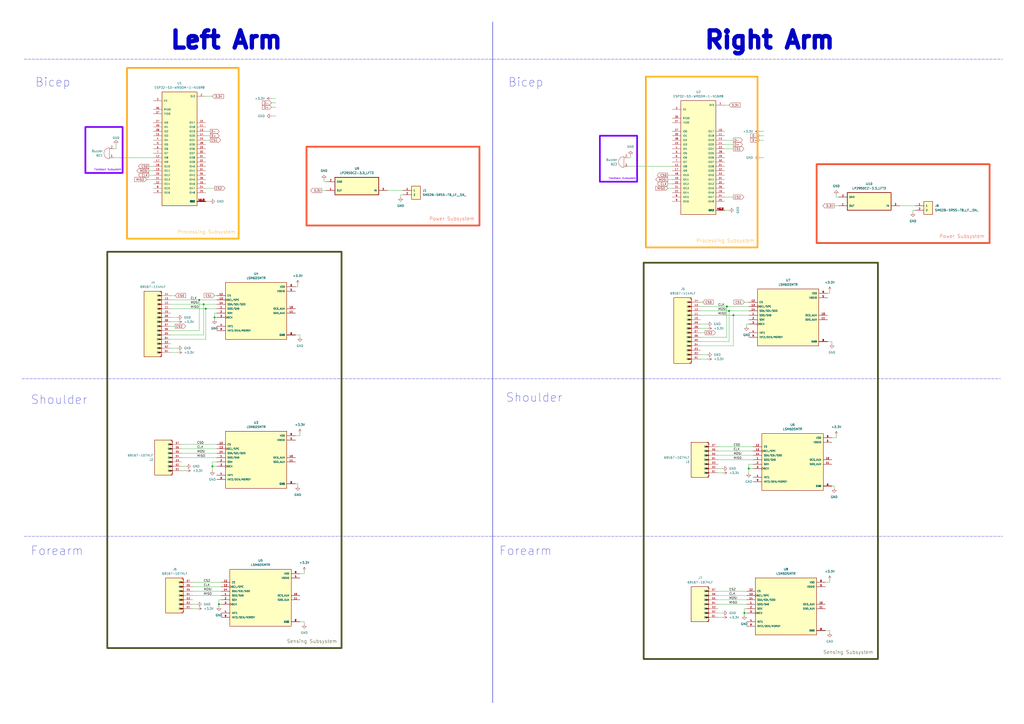
<source format=kicad_sch>
(kicad_sch (version 20230121) (generator eeschema)
  (paper "A2")
  (lib_symbols
    (symbol "69167-107HLF:69167-107HLF" (pin_names (offset 1.016))
      (property "Reference" "J" (at -5.58 10.16 0))
      (property "Value" "69167-107HLF" (at -5.08 -12.7 0))
      (symbol "69167-107HLF_0_0"
        (pin passive line (at -10.16 7.62 0) (length 5.08) (name "01") (number "01"))
        (pin passive line (at -10.16 5.08 0) (length 5.08) (name "02") (number "02"))
        (pin passive line (at -10.16 2.54 0) (length 5.08) (name "03") (number "03"))
        (pin passive line (at -10.16 0 0) (length 5.08) (name "04") (number "04"))
        (pin passive line (at -10.16 -2.54 0) (length 5.08) (name "05") (number "05"))
        (pin passive line (at -10.16 -5.08 0) (length 5.08) (name "06") (number "06"))
        (pin passive line (at -10.16 -7.62 0) (length 5.08) (name "07") (number "07"))
      )
    )
    (symbol "69167-114HLF:69167-114HLF" (pin_names (offset 1.016))
      (property "Reference" "J" (at -5.58 20.32 0))
      (property "Value" "69167-114HLF" (at -5.08 -20.32 0))
      (symbol "69167-114HLF_0_0"
        (pin passive line (at -10.16 17.78 0) (length 5.08) (name "01") (number "01"))
        (pin passive line (at -10.16 15.24 0) (length 5.08) (name "02") (number "02"))
        (pin passive line (at -10.16 12.7 0) (length 5.08) (name "03") (number "03"))
        (pin passive line (at -10.16 10.16 0) (length 5.08) (name "04") (number "04"))
        (pin passive line (at -10.16 7.62 0) (length 5.08) (name "05") (number "05"))
        (pin passive line (at -10.16 5.08 0) (length 5.08) (name "06") (number "06"))
        (pin passive line (at -10.16 2.54 0) (length 5.08) (name "07") (number "07"))
        (pin passive line (at -10.16 0 0) (length 5.08) (name "08") (number "08"))
        (pin passive line (at -10.16 -2.54 0) (length 5.08) (name "09") (number "09"))
        (pin passive line (at -10.16 -5.08 0) (length 5.08) (name "10") (number "10"))
        (pin passive line (at -10.16 -7.62 0) (length 5.08) (name "11") (number "11"))
        (pin passive line (at -10.16 -10.16 0) (length 5.08) (name "12") (number "12"))
        (pin passive line (at -10.16 -12.7 0) (length 5.08) (name "13") (number "13"))
        (pin passive line (at -10.16 -15.24 0) (length 5.08) (name "14") (number "14"))
      )
    )
    (symbol "Device:Buzzer" (pin_names (offset 0.0254) hide)
      (property "Reference" "BZ" (at 3.81 1.27 0))
      (property "Value" "Buzzer" (at 3.81 -1.27 0))
      (symbol "Buzzer_1_1"
        (pin passive line (at -2.54 2.54 0) (length 2.54) (name "+") (number "1"))
        (pin passive line (at -2.54 -2.54 0) (length 2.54) (name "-") (number "2"))
      )
    )
    (symbol "ESP32-S3-WROOM-1-N16R8:ESP32-S3-WROOM-1-N16R8" (pin_names (offset 1.016))
      (property "Reference" "U" (at -10.16 31.5722 0))
      (property "Value" "ESP32-S3-WROOM-1-N16R8" (at -10.16 -38.1 0))
      (symbol "ESP32-S3-WROOM-1-N16R8_0_0"
        (pin power_in line (at 15.24 -33.02 180) (length 5.08) (name "GND") (number "1"))
        (pin bidirectional line (at 15.24 12.7 180) (length 5.08) (name "IO17") (number "10"))
        (pin bidirectional line (at 15.24 10.16 180) (length 5.08) (name "IO18") (number "11"))
        (pin bidirectional line (at -15.24 -7.62 0) (length 5.08) (name "IO8") (number "12"))
        (pin bidirectional line (at 15.24 7.62 180) (length 5.08) (name "IO19") (number "13"))
        (pin bidirectional line (at 15.24 5.08 180) (length 5.08) (name "IO20") (number "14"))
        (pin bidirectional line (at -15.24 5.08 0) (length 5.08) (name "IO3") (number "15"))
        (pin bidirectional line (at 15.24 -22.86 180) (length 5.08) (name "IO46") (number "16"))
        (pin bidirectional line (at -15.24 -10.16 0) (length 5.08) (name "IO9") (number "17"))
        (pin bidirectional line (at -15.24 -12.7 0) (length 5.08) (name "IO10") (number "18"))
        (pin bidirectional line (at -15.24 -15.24 0) (length 5.08) (name "IO11") (number "19"))
        (pin power_in line (at 15.24 27.94 180) (length 5.08) (name "3V3") (number "2"))
        (pin bidirectional line (at -15.24 -17.78 0) (length 5.08) (name "IO12") (number "20"))
        (pin bidirectional line (at -15.24 -20.32 0) (length 5.08) (name "IO13") (number "21"))
        (pin bidirectional line (at -15.24 -22.86 0) (length 5.08) (name "IO14") (number "22"))
        (pin bidirectional line (at 15.24 2.54 180) (length 5.08) (name "IO21") (number "23"))
        (pin bidirectional line (at 15.24 -25.4 180) (length 5.08) (name "IO47") (number "24"))
        (pin bidirectional line (at 15.24 -27.94 180) (length 5.08) (name "IO48") (number "25"))
        (pin bidirectional line (at 15.24 -20.32 180) (length 5.08) (name "IO45") (number "26"))
        (pin bidirectional line (at -15.24 12.7 0) (length 5.08) (name "IO0") (number "27"))
        (pin bidirectional line (at 15.24 0 180) (length 5.08) (name "IO35") (number "28"))
        (pin bidirectional line (at 15.24 -2.54 180) (length 5.08) (name "IO36") (number "29"))
        (pin input line (at -15.24 25.4 0) (length 5.08) (name "EN") (number "3"))
        (pin bidirectional line (at 15.24 -5.08 180) (length 5.08) (name "IO37") (number "30"))
        (pin bidirectional line (at 15.24 -7.62 180) (length 5.08) (name "IO38") (number "31"))
        (pin bidirectional line (at 15.24 -10.16 180) (length 5.08) (name "IO39") (number "32"))
        (pin bidirectional line (at 15.24 -12.7 180) (length 5.08) (name "IO40") (number "33"))
        (pin bidirectional line (at 15.24 -15.24 180) (length 5.08) (name "IO41") (number "34"))
        (pin bidirectional line (at 15.24 -17.78 180) (length 5.08) (name "IO42") (number "35"))
        (pin bidirectional line (at -15.24 20.32 0) (length 5.08) (name "RXD0") (number "36"))
        (pin bidirectional line (at -15.24 17.78 0) (length 5.08) (name "TXD0") (number "37"))
        (pin bidirectional line (at -15.24 7.62 0) (length 5.08) (name "IO2") (number "38"))
        (pin bidirectional line (at -15.24 10.16 0) (length 5.08) (name "IO1") (number "39"))
        (pin bidirectional line (at -15.24 2.54 0) (length 5.08) (name "IO4") (number "4"))
        (pin power_in line (at 15.24 -33.02 180) (length 5.08) (name "GND") (number "40"))
        (pin power_in line (at 15.24 -33.02 180) (length 5.08) (name "GND") (number "41_1"))
        (pin power_in line (at 15.24 -33.02 180) (length 5.08) (name "GND") (number "41_2"))
        (pin power_in line (at 15.24 -33.02 180) (length 5.08) (name "GND") (number "41_3"))
        (pin power_in line (at 15.24 -33.02 180) (length 5.08) (name "GND") (number "41_4"))
        (pin power_in line (at 15.24 -33.02 180) (length 5.08) (name "GND") (number "41_5"))
        (pin power_in line (at 15.24 -33.02 180) (length 5.08) (name "GND") (number "41_6"))
        (pin power_in line (at 15.24 -33.02 180) (length 5.08) (name "GND") (number "41_7"))
        (pin power_in line (at 15.24 -33.02 180) (length 5.08) (name "GND") (number "41_8"))
        (pin power_in line (at 15.24 -33.02 180) (length 5.08) (name "GND") (number "41_9"))
        (pin bidirectional line (at -15.24 0 0) (length 5.08) (name "IO5") (number "5"))
        (pin bidirectional line (at -15.24 -2.54 0) (length 5.08) (name "IO6") (number "6"))
        (pin bidirectional line (at -15.24 -5.08 0) (length 5.08) (name "IO7") (number "7"))
        (pin bidirectional line (at -15.24 -25.4 0) (length 5.08) (name "IO15") (number "8"))
        (pin bidirectional line (at -15.24 -27.94 0) (length 5.08) (name "IO16") (number "9"))
      )
    )
    (symbol "LP2950CZ-3.3_LFT3:LP2950CZ-3.3_LFT3" (pin_names (offset 1.016))
      (property "Reference" "U" (at -12.7 6.08 0))
      (property "Value" "LP2950CZ-3.3_LFT3" (at -12.7 -9.08 0))
      (symbol "LP2950CZ-3.3_LFT3_0_0"
        (pin output line (at 17.78 2.54 180) (length 5.08) (name "OUT") (number "1"))
        (pin power_in line (at 17.78 -2.54 180) (length 5.08) (name "GND") (number "2"))
        (pin input line (at -17.78 2.54 0) (length 5.08) (name "IN") (number "3"))
      )
    )
    (symbol "LSM6DSMTR:LSM6DSMTR" (pin_names (offset 1.016))
      (property "Reference" "U" (at -17.78 16.51 0))
      (property "Value" "LSM6DSMTR" (at -17.78 -21.59 0))
      (symbol "LSM6DSMTR_0_0"
        (pin bidirectional line (at -22.86 0 0) (length 5.08) (name "SDO/SA0") (number "1"))
        (pin input line (at 22.86 0 180) (length 5.08) (name "OCS_AUX") (number "10"))
        (pin bidirectional line (at 22.86 -2.54 180) (length 5.08) (name "SDO_AUX") (number "11"))
        (pin input line (at -22.86 7.62 0) (length 5.08) (name "CS") (number "12"))
        (pin input clock (at -22.86 5.08 0) (length 5.08) (name "SCL/SPC") (number "13"))
        (pin bidirectional line (at -22.86 2.54 0) (length 5.08) (name "SDA/SDI/SDO") (number "14"))
        (pin bidirectional line (at -22.86 -2.54 0) (length 5.08) (name "SDX") (number "2"))
        (pin bidirectional clock (at -22.86 -5.08 0) (length 5.08) (name "SCX") (number "3"))
        (pin input line (at -22.86 -10.16 0) (length 5.08) (name "INT1") (number "4"))
        (pin power_in line (at 22.86 10.16 180) (length 5.08) (name "VDDIO") (number "5"))
        (pin power_in line (at 22.86 -15.24 180) (length 5.08) (name "GND") (number "6"))
        (pin power_in line (at 22.86 -15.24 180) (length 5.08) (name "GND") (number "7"))
        (pin power_in line (at 22.86 12.7 180) (length 5.08) (name "VDD") (number "8"))
        (pin input line (at -22.86 -12.7 0) (length 5.08) (name "INT2/DEN/MDRDY") (number "9"))
      )
    )
    (symbol "SM02B-SRSS-TB_LF__SN_:SM02B-SRSS-TB_LF__SN_" (pin_names (offset 1.016))
      (property "Reference" "J" (at 11.4936 5.1092 0))
      (property "Value" "SM02B-SRSS-TB_LF__SN_" (at 11.4908 2.5582 0))
      (symbol "SM02B-SRSS-TB_LF__SN__0_0"
        (pin bidirectional line (at 0 5.08 0) (length 5.08) (name "1") (number "1"))
        (pin bidirectional line (at 0 2.54 0) (length 5.08) (name "2") (number "2"))
      )
    )
    (symbol "power:+3.3V" (power) (pin_names (offset 0))
      (property "Value" "+3.3V" (at 0 3.556 0))
      (symbol "+3.3V_1_1"
        (pin power_in line (at 0 0 90) (length 0) hide (name "+3.3V") (number "1"))
      )
    )
    (symbol "power:GND" (power) (pin_names (offset 0))
      (property "Value" "GND" (at 0 -3.81 0))
      (symbol "GND_1_1"
        (pin power_in line (at 0 0 270) (length 0) hide (name "GND") (number "1"))
      )
    )
  )
  (junction (at 118.11 176.53))
  (junction (at 127 350.52))
  (junction (at 425.45 182.88))
  (junction (at 422.91 180.34))
  (junction (at 124.46 184.15))
  (junction (at 119.38 179.07))
  (junction (at 434.34 271.78))
  (junction (at 421.64 177.8))
  (junction (at 115.57 173.99))
  (junction (at 123.19 270.51))
  (junction (at 431.8 355.6))
  (wire (pts (xy 99.06 184.15) (xy 102.87 184.15)))
  (wire (pts (xy 123.19 270.51) (xy 123.19 273.05)))
  (wire (pts (xy 105.41 265.43) (xy 125.73 265.43)))
  (wire (pts (xy 406.4 193.04) (xy 408.94 193.04)))
  (wire (pts (xy 172.72 280.67) (xy 172.72 281.94)))
  (wire (pts (xy 416.56 274.32) (xy 419.1 274.32)))
  (wire (pts (xy 118.11 194.31) (xy 118.11 176.53)))
  (wire (pts (xy 420.37 60.96) (xy 422.91 60.96)))
  (wire (pts (xy 171.45 280.67) (xy 172.72 280.67)))
  (wire (pts (xy 422.91 198.12) (xy 422.91 180.34)))
  (wire (pts (xy 482.6 281.94) (xy 483.87 281.94)))
  (wire (pts (xy 99.06 173.99) (xy 115.57 173.99)))
  (wire (pts (xy 481.33 337.82) (xy 478.79 337.82)))
  (wire (pts (xy 521.97 119.38) (xy 530.86 119.38)))
  (wire (pts (xy 85.09 104.14) (xy 88.9 104.14)))
  (wire (pts (xy 420.37 83.82) (xy 425.45 83.82)))
  (wire (pts (xy 416.56 271.78) (xy 419.1 271.78)))
  (wire (pts (xy 111.76 340.36) (xy 128.27 340.36)))
  (wire (pts (xy 433.07 189.23) (xy 433.07 187.96)))
  (wire (pts (xy 406.4 200.66) (xy 425.45 200.66)))
  (wire (pts (xy 431.8 355.6) (xy 431.8 353.06)))
  (wire (pts (xy 440.69 91.44) (xy 443.23 91.44)))
  (wire (pts (xy 529.59 123.19) (xy 529.59 121.92)))
  (wire (pts (xy 425.45 200.66) (xy 425.45 182.88)))
  (wire (pts (xy 480.06 170.18) (xy 481.33 170.18)))
  (wire (pts (xy 486.41 114.3) (xy 485.14 114.3)))
  (wire (pts (xy 105.41 262.89) (xy 125.73 262.89)))
  (wire (pts (xy 431.8 355.6) (xy 433.07 355.6)))
  (wire (pts (xy 105.41 257.81) (xy 125.73 257.81)))
  (wire (pts (xy 99.06 189.23) (xy 101.6 189.23)))
  (wire (pts (xy 224.79 110.49) (xy 233.68 110.49)))
  (wire (pts (xy 387.35 101.6) (xy 389.89 101.6)))
  (wire (pts (xy 481.33 336.55) (xy 481.33 337.82)))
  (wire (pts (xy 119.38 179.07) (xy 125.73 179.07)))
  (wire (pts (xy 105.41 270.51) (xy 107.95 270.51)))
  (wire (pts (xy 406.4 195.58) (xy 421.64 195.58)))
  (polyline (pts (xy 13.97 311.15) (xy 581.66 311.15)) (stroke (width 0) (type dash)))
  (wire (pts (xy 125.73 267.97) (xy 123.19 267.97)))
  (wire (pts (xy 111.76 350.52) (xy 114.3 350.52)))
  (wire (pts (xy 431.8 353.06) (xy 433.07 353.06)))
  (wire (pts (xy 232.41 113.03) (xy 232.41 114.3)))
  (wire (pts (xy 434.34 271.78) (xy 434.34 274.32)))
  (wire (pts (xy 127 351.79) (xy 127 350.52)))
  (wire (pts (xy 416.56 355.6) (xy 419.1 355.6)))
  (wire (pts (xy 406.4 205.74) (xy 410.21 205.74)))
  (wire (pts (xy 124.46 185.42) (xy 124.46 184.15)))
  (wire (pts (xy 124.46 184.15) (xy 125.73 184.15)))
  (wire (pts (xy 105.41 260.35) (xy 125.73 260.35)))
  (wire (pts (xy 420.37 81.28) (xy 425.45 81.28)))
  (wire (pts (xy 105.41 273.05) (xy 107.95 273.05)))
  (wire (pts (xy 481.33 365.76) (xy 481.33 367.03)))
  (wire (pts (xy 416.56 350.52) (xy 433.07 350.52)))
  (wire (pts (xy 172.72 166.37) (xy 172.72 165.1)))
  (wire (pts (xy 99.06 204.47) (xy 102.87 204.47)))
  (wire (pts (xy 189.23 105.41) (xy 187.96 105.41)))
  (wire (pts (xy 365.76 90.17) (xy 365.76 91.44)))
  (wire (pts (xy 420.37 86.36) (xy 425.45 86.36)))
  (wire (pts (xy 483.87 119.38) (xy 486.41 119.38)))
  (wire (pts (xy 440.69 76.2) (xy 443.23 76.2)))
  (wire (pts (xy 111.76 342.9) (xy 128.27 342.9)))
  (wire (pts (xy 416.56 347.98) (xy 433.07 347.98)))
  (wire (pts (xy 365.76 91.44) (xy 364.49 91.44)))
  (wire (pts (xy 119.38 76.2) (xy 121.92 76.2)))
  (wire (pts (xy 111.76 353.06) (xy 114.3 353.06)))
  (wire (pts (xy 420.37 114.3) (xy 425.45 114.3)))
  (wire (pts (xy 127 350.52) (xy 128.27 350.52)))
  (wire (pts (xy 157.48 59.69) (xy 160.02 59.69)))
  (wire (pts (xy 482.6 254) (xy 485.14 254)))
  (wire (pts (xy 123.19 267.97) (xy 123.19 270.51)))
  (wire (pts (xy 406.4 182.88) (xy 425.45 182.88)))
  (wire (pts (xy 485.14 254) (xy 485.14 252.73)))
  (wire (pts (xy 67.31 83.82) (xy 67.31 86.36)))
  (polyline (pts (xy 285.75 12.7) (xy 285.75 407.67)))
  (wire (pts (xy 416.56 266.7) (xy 436.88 266.7)))
  (wire (pts (xy 99.06 201.93) (xy 102.87 201.93)))
  (wire (pts (xy 364.49 96.52) (xy 389.89 96.52)))
  (wire (pts (xy 115.57 173.99) (xy 125.73 173.99)))
  (wire (pts (xy 176.53 360.68) (xy 176.53 361.95)))
  (wire (pts (xy 118.11 176.53) (xy 125.73 176.53)))
  (wire (pts (xy 119.38 55.88) (xy 123.19 55.88)))
  (wire (pts (xy 480.06 198.12) (xy 482.6 198.12)))
  (wire (pts (xy 119.38 109.22) (xy 124.46 109.22)))
  (wire (pts (xy 440.69 81.28) (xy 443.23 81.28)))
  (wire (pts (xy 119.38 196.85) (xy 119.38 179.07)))
  (wire (pts (xy 127 350.52) (xy 127 347.98)))
  (wire (pts (xy 416.56 264.16) (xy 436.88 264.16)))
  (wire (pts (xy 187.96 105.41) (xy 187.96 104.14)))
  (wire (pts (xy 485.14 114.3) (xy 485.14 113.03)))
  (wire (pts (xy 421.64 177.8) (xy 434.34 177.8)))
  (wire (pts (xy 119.38 116.84) (xy 121.92 116.84)))
  (wire (pts (xy 431.8 175.26) (xy 434.34 175.26)))
  (wire (pts (xy 115.57 191.77) (xy 115.57 173.99)))
  (wire (pts (xy 416.56 345.44) (xy 433.07 345.44)))
  (wire (pts (xy 406.4 208.28) (xy 410.21 208.28)))
  (wire (pts (xy 119.38 78.74) (xy 121.92 78.74)))
  (wire (pts (xy 171.45 194.31) (xy 173.99 194.31)))
  (wire (pts (xy 416.56 342.9) (xy 433.07 342.9)))
  (polyline (pts (xy 12.7 219.71) (xy 580.39 219.71)) (stroke (width 0) (type dash)))
  (wire (pts (xy 416.56 261.62) (xy 436.88 261.62)))
  (wire (pts (xy 173.99 360.68) (xy 176.53 360.68)))
  (wire (pts (xy 483.87 281.94) (xy 483.87 283.21)))
  (wire (pts (xy 406.4 190.5) (xy 410.21 190.5)))
  (wire (pts (xy 119.38 81.28) (xy 121.92 81.28)))
  (wire (pts (xy 123.19 270.51) (xy 125.73 270.51)))
  (polyline (pts (xy 13.97 34.29) (xy 581.66 34.29)) (stroke (width 0) (type dash)))
  (wire (pts (xy 421.64 195.58) (xy 421.64 177.8)))
  (wire (pts (xy 86.36 96.52) (xy 88.9 96.52)))
  (wire (pts (xy 66.04 91.44) (xy 88.9 91.44)))
  (wire (pts (xy 434.34 269.24) (xy 434.34 271.78)))
  (wire (pts (xy 157.48 57.15) (xy 160.02 57.15)))
  (wire (pts (xy 99.06 176.53) (xy 118.11 176.53)))
  (wire (pts (xy 425.45 182.88) (xy 434.34 182.88)))
  (wire (pts (xy 99.06 191.77) (xy 115.57 191.77)))
  (wire (pts (xy 431.8 356.87) (xy 431.8 355.6)))
  (wire (pts (xy 406.4 180.34) (xy 422.91 180.34)))
  (wire (pts (xy 387.35 109.22) (xy 389.89 109.22)))
  (wire (pts (xy 124.46 181.61) (xy 124.46 184.15)))
  (wire (pts (xy 67.31 86.36) (xy 66.04 86.36)))
  (wire (pts (xy 99.06 194.31) (xy 118.11 194.31)))
  (wire (pts (xy 406.4 198.12) (xy 422.91 198.12)))
  (wire (pts (xy 125.73 181.61) (xy 124.46 181.61)))
  (wire (pts (xy 124.46 171.45) (xy 125.73 171.45)))
  (wire (pts (xy 478.79 365.76) (xy 481.33 365.76)))
  (wire (pts (xy 434.34 271.78) (xy 436.88 271.78)))
  (polyline (pts (xy 285.75 12.7) (xy 285.75 407.67)))
  (wire (pts (xy 406.4 177.8) (xy 421.64 177.8)))
  (wire (pts (xy 406.4 187.96) (xy 410.21 187.96)))
  (wire (pts (xy 176.53 331.47) (xy 176.53 332.74)))
  (wire (pts (xy 111.76 345.44) (xy 128.27 345.44)))
  (wire (pts (xy 186.69 110.49) (xy 189.23 110.49)))
  (wire (pts (xy 173.99 252.73) (xy 173.99 251.46)))
  (wire (pts (xy 436.88 269.24) (xy 434.34 269.24)))
  (wire (pts (xy 406.4 175.26) (xy 407.67 175.26)))
  (wire (pts (xy 99.06 186.69) (xy 102.87 186.69)))
  (wire (pts (xy 481.33 170.18) (xy 481.33 168.91)))
  (wire (pts (xy 111.76 337.82) (xy 128.27 337.82)))
  (wire (pts (xy 433.07 187.96) (xy 434.34 187.96)))
  (wire (pts (xy 420.37 121.92) (xy 422.91 121.92)))
  (wire (pts (xy 387.35 104.14) (xy 389.89 104.14)))
  (wire (pts (xy 99.06 196.85) (xy 119.38 196.85)))
  (wire (pts (xy 86.36 101.6) (xy 88.9 101.6)))
  (wire (pts (xy 529.59 121.92) (xy 530.86 121.92)))
  (wire (pts (xy 99.06 179.07) (xy 119.38 179.07)))
  (wire (pts (xy 127 347.98) (xy 128.27 347.98)))
  (wire (pts (xy 416.56 259.08) (xy 436.88 259.08)))
  (wire (pts (xy 387.35 106.68) (xy 389.89 106.68)))
  (wire (pts (xy 422.91 180.34) (xy 434.34 180.34)))
  (wire (pts (xy 157.48 62.23) (xy 160.02 62.23)))
  (wire (pts (xy 171.45 166.37) (xy 172.72 166.37)))
  (wire (pts (xy 173.99 194.31) (xy 173.99 195.58)))
  (wire (pts (xy 171.45 252.73) (xy 173.99 252.73)))
  (wire (pts (xy 86.36 99.06) (xy 88.9 99.06)))
  (wire (pts (xy 176.53 332.74) (xy 173.99 332.74)))
  (wire (pts (xy 482.6 198.12) (xy 482.6 199.39)))
  (wire (pts (xy 233.68 113.03) (xy 232.41 113.03)))
  (wire (pts (xy 416.56 358.14) (xy 419.1 358.14)))
  (wire (pts (xy 99.06 171.45) (xy 101.6 171.45)))
  (wire (pts (xy 157.48 67.31) (xy 160.02 67.31)))
  (wire (pts (xy 440.69 78.74) (xy 443.23 78.74)))
  (rectangle (start 373.38 152.4) (end 509.27 382.27) (stroke (width 1) (color 69 75 27 1)))
  (rectangle (start 473.71 95.25) (end 574.04 140.97) (stroke (width 1) (color 238 75 43 1)))
  (rectangle (start 374.65 44.45) (end 439.42 143.51) (stroke (width 1) (color 255 172 28 1)))
  (rectangle (start 73.66 39.37) (end 138.43 138.43) (stroke (width 1) (color 255 172 28 1)))
  (rectangle (start 49.53 73.66) (end 71.12 100.33) (stroke (width 1) (color 127 0 255 1)))
  (rectangle (start 347.98 78.74) (end 369.57 105.41) (stroke (width 1) (color 127 0 255 1)))
  (rectangle (start 62.23 146.05) (end 198.12 375.92) (stroke (width 1) (color 69 75 27 1)))
  (rectangle (start 177.8 85.09) (end 278.13 130.81) (stroke (width 1) (color 238 75 43 1)))
  (text "Processing Subsystem" (at 102.87 135.89 0) (effects (font (size 2 2)) (justify left bottom)))
  (text "Sensing Subsystem" (at 166.37 373.38 0) (effects (font (size 2 2)) (justify left bottom)))
  (text "Forearm" (at 289.56 322.58 0) (effects (font (size 5 5)) (justify left bottom)))
  (text "Shoulder" (at 17.78 234.95 0) (effects (font (size 5 5)) (justify left bottom)))
  (text "Forearm" (at 17.78 322.58 0) (effects (font (size 5 5)) (justify left bottom)))
  (text "Processing Subsystem" (at 403.86 140.97 0) (effects (font (size 2 2)) (justify left bottom)))
  (text "Bicep" (at 294.64 50.8 0) (effects (font (size 5 5)) (justify left bottom)))
  (text "Bicep" (at 20.32 50.8 0) (effects (font (size 5 5)) (justify left bottom)))
  (text "Left Arm" (at 97.79 29.21 0) (effects (font (size 10 10) (thickness 3) bold) (justify left bottom)))
  (text "Sensing Subsystem" (at 477.52 379.73 0) (effects (font (size 2 2)) (justify left bottom)))
  (text "Feedback Subsystem" (at 353.06 104.14 0) (effects (font (size 1 1)) (justify left bottom)))
  (text "Feedback Subsystem" (at 54.61 99.06 0) (effects (font (size 1 1)) (justify left bottom)))
  (text "Shoulder" (at 293.37 233.68 0) (effects (font (size 5 5)) (justify left bottom)))
  (text "Power Subsystem" (at 248.92 128.27 0) (effects (font (size 2 2)) (justify left bottom)))
  (text "Right Arm" (at 407.67 29.21 0) (effects (font (size 10 10) (thickness 3) bold) (justify left bottom)))
  (text "Power Subsystem" (at 544.83 138.43 0) (effects (font (size 2 2)) (justify left bottom)))
  (label "MISO" (at 422.91 350.52 0))
  (label "CS0" (at 114.3 257.81 0))
  (label "CLK" (at 416.56 177.8 0))
  (label "MOSI" (at 110.49 176.53 0))
  (label "MISO" (at 118.11 345.44 0))
  (label "MISO" (at 416.56 182.88 0))
  (label "MOSI" (at 422.91 347.98 0))
  (label "CS2" (at 118.11 337.82 0))
  (label "MOSI" (at 114.3 262.89 0))
  (label "CLK" (at 422.91 345.44 0))
  (label "CS2" (at 422.91 342.9 0))
  (label "MOSI" (at 416.56 180.34 0))
  (label "MOSI" (at 118.11 342.9 0))
  (label "CLK" (at 110.49 173.99 0))
  (label "MISO" (at 110.49 179.07 0))
  (label "MOSI" (at 425.45 264.16 0))
  (label "CS0" (at 425.45 259.08 0))
  (label "CLK" (at 114.3 260.35 0))
  (label "CLK" (at 425.45 261.62 0))
  (label "CLK" (at 118.11 340.36 0))
  (label "MISO" (at 425.45 266.7 0))
  (label "MISO" (at 114.3 265.43 0))
  (global_label "D-" (shape input) (at 440.69 78.74 180) (property "Intersheetrefs" "${INTERSHEET_REFS}" (effects hide)))
  (global_label "CS1" (shape output) (at 121.92 81.28 0) (property "Intersheetrefs" "${INTERSHEET_REFS}" (effects hide)))
  (global_label "D+" (shape output) (at 121.92 78.74 0) (property "Intersheetrefs" "${INTERSHEET_REFS}" (effects hide)))
  (global_label "CS2" (shape output) (at 425.45 114.3 0) (property "Intersheetrefs" "${INTERSHEET_REFS}" (effects hide)))
  (global_label "CS0" (shape input) (at 407.67 175.26 0) (property "Intersheetrefs" "${INTERSHEET_REFS}" (effects hide)))
  (global_label "CS0" (shape output) (at 86.36 96.52 180) (property "Intersheetrefs" "${INTERSHEET_REFS}" (effects hide)))
  (global_label "MOSI" (shape output) (at 86.36 99.06 180) (property "Intersheetrefs" "${INTERSHEET_REFS}" (effects hide)))
  (global_label "CS2" (shape output) (at 124.46 109.22 0) (property "Intersheetrefs" "${INTERSHEET_REFS}" (effects hide)))
  (global_label "D-" (shape output) (at 121.92 76.2 0) (property "Intersheetrefs" "${INTERSHEET_REFS}" (effects hide)))
  (global_label "MOSI" (shape output) (at 387.35 104.14 180) (property "Intersheetrefs" "${INTERSHEET_REFS}" (effects hide)))
  (global_label "CS2" (shape output) (at 408.94 193.04 0) (property "Intersheetrefs" "${INTERSHEET_REFS}" (effects hide)))
  (global_label "3.3V" (shape output) (at 186.69 110.49 180) (property "Intersheetrefs" "${INTERSHEET_REFS}" (effects hide)))
  (global_label "3.3V" (shape output) (at 483.87 119.38 180) (property "Intersheetrefs" "${INTERSHEET_REFS}" (effects hide)))
  (global_label "D-" (shape input) (at 157.48 59.69 180) (property "Intersheetrefs" "${INTERSHEET_REFS}" (effects hide)))
  (global_label "MISO" (shape input) (at 85.09 104.14 180) (property "Intersheetrefs" "${INTERSHEET_REFS}" (effects hide)))
  (global_label "D+" (shape input) (at 157.48 62.23 180) (property "Intersheetrefs" "${INTERSHEET_REFS}" (effects hide)))
  (global_label "CS1" (shape input) (at 431.8 175.26 180) (property "Intersheetrefs" "${INTERSHEET_REFS}" (effects hide)))
  (global_label "D+" (shape output) (at 425.45 83.82 0) (property "Intersheetrefs" "${INTERSHEET_REFS}" (effects hide)))
  (global_label "CLK" (shape output) (at 387.35 106.68 180) (property "Intersheetrefs" "${INTERSHEET_REFS}" (effects hide)))
  (global_label "CS0" (shape output) (at 387.35 101.6 180) (property "Intersheetrefs" "${INTERSHEET_REFS}" (effects hide)))
  (global_label "3.3V" (shape input) (at 422.91 60.96 0) (property "Intersheetrefs" "${INTERSHEET_REFS}" (effects hide)))
  (global_label "CS0" (shape input) (at 101.6 171.45 0) (property "Intersheetrefs" "${INTERSHEET_REFS}" (effects hide)))
  (global_label "D+" (shape input) (at 440.69 81.28 180) (property "Intersheetrefs" "${INTERSHEET_REFS}" (effects hide)))
  (global_label "CS1" (shape input) (at 124.46 171.45 180) (property "Intersheetrefs" "${INTERSHEET_REFS}" (effects hide)))
  (global_label "MISO" (shape input) (at 387.35 109.22 180) (property "Intersheetrefs" "${INTERSHEET_REFS}" (effects hide)))
  (global_label "CS1" (shape output) (at 425.45 86.36 0) (property "Intersheetrefs" "${INTERSHEET_REFS}" (effects hide)))
  (global_label "3.3V" (shape input) (at 123.19 55.88 0) (property "Intersheetrefs" "${INTERSHEET_REFS}" (effects hide)))
  (global_label "CS2" (shape output) (at 101.6 189.23 0) (property "Intersheetrefs" "${INTERSHEET_REFS}" (effects hide)))
  (global_label "CLK" (shape output) (at 86.36 101.6 180) (property "Intersheetrefs" "${INTERSHEET_REFS}" (effects hide)))
  (global_label "D-" (shape output) (at 425.45 81.28 0) (property "Intersheetrefs" "${INTERSHEET_REFS}" (effects hide)))
  (symbol (lib_id "69167-107HLF:69167-107HLF") (at 101.6 345.44 180) (unit 1)
    (property "Reference" "J6" (at 101.3835 330.2 0))
    (property "Value" "69167-107HLF" (at 101.3835 332.74 0))
    (property "Footprint" "69167-107HLF:AMPHENOL_69167-107HLF" (effects hide))
    (property "MF" "Amphenol CS (FCI)" (effects hide))
    (property "Description" "\nPV Shrouded Header, Wire to Board connector, 2 Wall Shrouded Header - Through Hole - Single row - 7 Positions 2.54mm - Vertical.\n" (effects hide))
    (property "Package" "None" (effects hide))
    (property "Price" "None" (effects hide))
    (property "Check_prices" "https://www.snapeda.com/parts/69167-107HLF/Amphenol+FCI/view-part/?ref=eda" (effects hide))
    (property "STANDARD" "Manufacturer Recommendations" (effects hide))
    (property "PARTREV" "W" (effects hide))
    (property "SnapEDA_Link" "https://www.snapeda.com/parts/69167-107HLF/Amphenol+FCI/view-part/?ref=snap" (effects hide))
    (property "MP" "69167-107HLF" (effects hide))
    (property "Purchase-URL" "https://www.snapeda.com/api/url_track_click_mouser/?unipart_id=9742722&manufacturer=Amphenol CS (FCI)&part_name=69167-107HLF&search_term=69167-107hlf" (effects hide))
    (property "Availability" "In Stock" (effects hide))
    (property "MANUFACTURER" "Amphenol CS (FCI)" (effects hide))
  )
  (symbol (lib_id "power:GND") (at 410.21 187.96 90) (unit 1)
    (property "Reference" "#PWR027" (effects hide))
    (property "Value" "GND" (at 414.02 187.96 90) (effects (justify right)))
  )
  (symbol (lib_id "power:GND") (at 434.34 274.32 0) (unit 1)
    (property "Reference" "#PWR033" (effects hide))
    (property "Value" "GND" (at 434.34 279.4 0))
  )
  (symbol (lib_id "power:+3.3V") (at 410.21 208.28 270) (unit 1)
    (property "Reference" "#PWR030" (effects hide))
    (property "Value" "+3.3V" (at 414.02 208.28 90) (effects (justify left)))
  )
  (symbol (lib_id "power:+3.3V") (at 419.1 358.14 270) (unit 1)
    (property "Reference" "#PWR032" (effects hide))
    (property "Value" "+3.3V" (at 422.91 358.14 90) (effects (justify left)))
  )
  (symbol (lib_id "power:GND") (at 121.92 116.84 90) (unit 1)
    (property "Reference" "#PWR04" (effects hide))
    (property "Value" "GND" (at 125.73 116.84 90) (effects (justify right)))
  )
  (symbol (lib_id "power:+3.3V") (at 419.1 274.32 270) (unit 1)
    (property "Reference" "#PWR026" (effects hide))
    (property "Value" "+3.3V" (at 422.91 274.32 90) (effects (justify left)))
  )
  (symbol (lib_id "power:GND") (at 482.6 199.39 0) (unit 1)
    (property "Reference" "#PWR041" (effects hide))
    (property "Value" "GND" (at 482.6 204.47 0))
  )
  (symbol (lib_id "power:GND") (at 485.14 113.03 180) (unit 1)
    (property "Reference" "#PWR037" (effects hide))
    (property "Value" "GND" (at 485.14 107.95 0))
  )
  (symbol (lib_id "power:+3.3V") (at 102.87 186.69 270) (unit 1)
    (property "Reference" "#PWR015" (effects hide))
    (property "Value" "+3.3V" (at 106.68 186.69 90) (effects (justify left)))
  )
  (symbol (lib_id "power:GND") (at 481.33 367.03 0) (unit 1)
    (property "Reference" "#PWR043" (effects hide))
    (property "Value" "GND" (at 481.33 372.11 0))
  )
  (symbol (lib_id "LSM6DSMTR:LSM6DSMTR") (at 459.74 266.7 0) (unit 1)
    (property "Reference" "U6" (at 459.74 246.38 0))
    (property "Value" "LSM6DSMTR" (at 459.74 248.92 0))
    (property "Footprint" "LSM6DSMTR (1):PQFN50P300X250X86-14N" (effects hide))
    (property "MF" "STMicroelectronics" (effects hide))
    (property "MAXIMUM_PACKAGE_HEIGHT" "0.86 mm" (effects hide))
    (property "Package" "VFLGA-14 STMicroelectronics" (effects hide))
    (property "Price" "None" (effects hide))
    (property "Check_prices" "https://www.snapeda.com/parts/LSM6DSMTR/STMicroelectronics/view-part/?ref=eda" (effects hide))
    (property "STANDARD" "IPC 7351B" (effects hide))
    (property "PARTREV" "Rev 7" (effects hide))
    (property "SnapEDA_Link" "https://www.snapeda.com/parts/LSM6DSMTR/STMicroelectronics/view-part/?ref=snap" (effects hide))
    (property "MP" "LSM6DSMTR" (effects hide))
    (property "Purchase-URL" "https://www.snapeda.com/api/url_track_click_mouser/?unipart_id=581716&manufacturer=STMicroelectronics&part_name=LSM6DSMTR&search_term=None" (effects hide))
    (property "Description" "\nAccelerometer, Gyroscope, Temperature, 6 Axis Sensor I2C, SPI Output\n" (effects hide))
    (property "Availability" "In Stock" (effects hide))
    (property "MANUFACTURER" "STMicroelectronics" (effects hide))
  )
  (symbol (lib_id "power:+3.3V") (at 172.72 165.1 0) (unit 1)
    (property "Reference" "#PWR06" (effects hide))
    (property "Value" "+3.3V" (at 172.72 160.02 0))
  )
  (symbol (lib_id "power:GND") (at 440.69 91.44 270) (unit 1)
    (property "Reference" "#PWR044" (effects hide))
    (property "Value" "GND" (at 436.88 91.44 90) (effects (justify right)))
  )
  (symbol (lib_id "SM02B-SRSS-TB_LF__SN_:SM02B-SRSS-TB_LF__SN_") (at 233.68 115.57 0) (unit 1)
    (property "Reference" "J1" (at 245.11 110.49 0) (effects (justify left)))
    (property "Value" "SM02B-SRSS-TB_LF__SN_" (at 245.11 113.03 0) (effects (justify left)))
    (property "Footprint" "SM02B-SRSS-TB_LF__SN_:SM02B-SRSS-TB_LF__SN_" (effects hide))
    (property "MF" "JST Sales" (effects hide))
    (property "DESCRIPTION" "SH Series 2 Position 1 mm Pitch Surface Mount Side Entry Shrouded Header" (effects hide))
    (property "PACKAGE" "None" (effects hide))
    (property "PRICE" "0.23 USD" (effects hide))
    (property "Package" "None" (effects hide))
    (property "Check_prices" "https://www.snapeda.com/parts/SM02B-SRSS-TB(LF)(SN)/JST+Sales+America+Inc./view-part/?ref=eda" (effects hide))
    (property "Price" "None" (effects hide))
    (property "SnapEDA_Link" "https://www.snapeda.com/parts/SM02B-SRSS-TB(LF)(SN)/JST+Sales+America+Inc./view-part/?ref=snap" (effects hide))
    (property "MP" "SM02B-SRSS-TB(LF)(SN)" (effects hide))
    (property "Availability" "In Stock" (effects hide))
    (property "AVAILABILITY" "Good" (effects hide))
    (property "Description" "\nConnector Header Surface Mount, Right Angle 2 position 0.039 (1.00mm)\n" (effects hide))
  )
  (symbol (lib_id "power:GND") (at 187.96 104.14 180) (unit 1)
    (property "Reference" "#PWR02" (effects hide))
    (property "Value" "GND" (at 187.96 99.06 0))
  )
  (symbol (lib_id "power:GND") (at 173.99 195.58 0) (unit 1)
    (property "Reference" "#PWR08" (effects hide))
    (property "Value" "GND" (at 173.99 200.66 0))
  )
  (symbol (lib_id "power:GND") (at 232.41 114.3 0) (unit 1)
    (property "Reference" "#PWR01" (effects hide))
    (property "Value" "GND" (at 232.41 119.38 0))
  )
  (symbol (lib_id "power:GND") (at 433.07 189.23 0) (unit 1)
    (property "Reference" "#PWR034" (effects hide))
    (property "Value" "GND" (at 433.07 194.31 0))
  )
  (symbol (lib_id "power:+3.3V") (at 114.3 353.06 270) (unit 1)
    (property "Reference" "#PWR021" (effects hide))
    (property "Value" "+3.3V" (at 118.11 353.06 90) (effects (justify left)))
  )
  (symbol (lib_id "power:GND") (at 419.1 271.78 90) (unit 1)
    (property "Reference" "#PWR025" (effects hide))
    (property "Value" "GND" (at 422.91 271.78 90) (effects (justify right)))
  )
  (symbol (lib_id "69167-114HLF:69167-114HLF") (at 396.24 190.5 180) (unit 1)
    (property "Reference" "J5" (at 396.1077 167.64 0))
    (property "Value" "69167-114HLF" (at 396.1077 170.18 0))
    (property "Footprint" "69167-114HLF:AMPHENOL_69167-114HLF" (effects hide))
    (property "MF" "Amphenol ICC (FCI)" (effects hide))
    (property "Description" "\nPV Shrouded Header, Wire to Board connector, 2 Wall Shrouded Header - Through Hole - Single row - 14 Positions 2.54mm - Vertical.\n" (effects hide))
    (property "Package" "None" (effects hide))
    (property "Price" "None" (effects hide))
    (property "Check_prices" "https://www.snapeda.com/parts/69167-114HLF/Amphenol+FCI/view-part/?ref=eda" (effects hide))
    (property "STANDARD" "Manufacturer Recommendations" (effects hide))
    (property "PARTREV" "W" (effects hide))
    (property "SnapEDA_Link" "https://www.snapeda.com/parts/69167-114HLF/Amphenol+FCI/view-part/?ref=snap" (effects hide))
    (property "MP" "69167-114HLF" (effects hide))
    (property "Purchase-URL" "https://www.snapeda.com/api/url_track_click_mouser/?unipart_id=8340789&manufacturer=Amphenol ICC (FCI)&part_name=69167-114HLF&search_term=69167-114hlf" (effects hide))
    (property "Availability" "In Stock" (effects hide))
    (property "MANUFACTURER" "Amphenol ICC (FCI)" (effects hide))
  )
  (symbol (lib_id "Device:Buzzer") (at 63.5 88.9 180) (unit 1)
    (property "Reference" "BZ1" (at 59.69 90.17 0) (effects (justify left)))
    (property "Value" "Buzzer" (at 59.69 87.63 0) (effects (justify left)))
    (property "Footprint" "ECE 445 Footprints:AC-903-D-1P" (effects hide))
  )
  (symbol (lib_id "power:GND") (at 123.19 273.05 0) (unit 1)
    (property "Reference" "#PWR011" (effects hide))
    (property "Value" "GND" (at 123.19 278.13 0))
  )
  (symbol (lib_id "power:GND") (at 431.8 356.87 0) (unit 1)
    (property "Reference" "#PWR035" (effects hide))
    (property "Value" "GND" (at 431.8 361.95 0))
  )
  (symbol (lib_id "power:+3.3V") (at 481.33 336.55 0) (unit 1)
    (property "Reference" "#PWR042" (effects hide))
    (property "Value" "+3.3V" (at 481.33 331.47 0))
  )
  (symbol (lib_id "LP2950CZ-3.3_LFT3:LP2950CZ-3.3_LFT3") (at 207.01 107.95 180) (unit 1)
    (property "Reference" "U9" (at 207.01 97.79 0))
    (property "Value" "LP2950CZ-3.3_LFT3" (at 207.01 100.33 0))
    (property "Footprint" "LP2950CZ-3.3_LFT3:TO92127P521H735-3" (effects hide))
    (property "MF" "Texas Instruments" (effects hide))
    (property "Description" "\n100-mA, 30-V, low-dropout voltage regulator with low IQ\n" (effects hide))
    (property "Package" "TO-92-3 Texas Instruments" (effects hide))
    (property "Price" "None" (effects hide))
    (property "SnapEDA_Link" "https://www.snapeda.com/parts/LP2950CZ-3.3/LFT3/Texas+Instruments/view-part/?ref=snap" (effects hide))
    (property "MP" "LP2950CZ-3.3/LFT3" (effects hide))
    (property "Purchase-URL" "https://www.snapeda.com/api/url_track_click_mouser/?unipart_id=1079240&manufacturer=Texas Instruments&part_name=LP2950CZ-3.3/LFT3&search_term= lp2950cz" (effects hide))
    (property "Availability" "In Stock" (effects hide))
    (property "Check_prices" "https://www.snapeda.com/parts/LP2950CZ-3.3/LFT3/Texas+Instruments/view-part/?ref=eda" (effects hide))
  )
  (symbol (lib_id "LP2950CZ-3.3_LFT3:LP2950CZ-3.3_LFT3") (at 504.19 116.84 180) (unit 1)
    (property "Reference" "U10" (at 504.19 106.68 0))
    (property "Value" "LP2950CZ-3.3_LFT3" (at 504.19 109.22 0))
    (property "Footprint" "LP2950CZ-3.3_LFT3:TO92127P521H735-3" (effects hide))
    (property "MF" "Texas Instruments" (effects hide))
    (property "Description" "\n100-mA, 30-V, low-dropout voltage regulator with low IQ\n" (effects hide))
    (property "Package" "TO-92-3 Texas Instruments" (effects hide))
    (property "Price" "None" (effects hide))
    (property "SnapEDA_Link" "https://www.snapeda.com/parts/LP2950CZ-3.3/LFT3/Texas+Instruments/view-part/?ref=snap" (effects hide))
    (property "MP" "LP2950CZ-3.3/LFT3" (effects hide))
    (property "Purchase-URL" "https://www.snapeda.com/api/url_track_click_mouser/?unipart_id=1079240&manufacturer=Texas Instruments&part_name=LP2950CZ-3.3/LFT3&search_term= lp2950cz" (effects hide))
    (property "Availability" "In Stock" (effects hide))
    (property "Check_prices" "https://www.snapeda.com/parts/LP2950CZ-3.3/LFT3/Texas+Instruments/view-part/?ref=eda" (effects hide))
  )
  (symbol (lib_id "power:+3.3V") (at 481.33 168.91 0) (unit 1)
    (property "Reference" "#PWR039" (effects hide))
    (property "Value" "+3.3V" (at 481.33 163.83 0))
  )
  (symbol (lib_id "power:+3.3V") (at 173.99 251.46 0) (unit 1)
    (property "Reference" "#PWR05" (effects hide))
    (property "Value" "+3.3V" (at 173.99 246.38 0))
  )
  (symbol (lib_id "power:GND") (at 67.31 83.82 180) (unit 1)
    (property "Reference" "#PWR022" (effects hide))
    (property "Value" "GND" (at 67.31 80.01 0))
  )
  (symbol (lib_id "power:GND") (at 102.87 201.93 90) (unit 1)
    (property "Reference" "#PWR017" (effects hide))
    (property "Value" "GND" (at 106.68 201.93 90) (effects (justify right)))
  )
  (symbol (lib_id "power:+3.3V") (at 176.53 331.47 0) (unit 1)
    (property "Reference" "#PWR010" (effects hide))
    (property "Value" "+3.3V" (at 176.53 326.39 0))
  )
  (symbol (lib_id "power:GND") (at 422.91 121.92 90) (unit 1)
    (property "Reference" "#PWR024" (effects hide))
    (property "Value" "GND" (at 427.99 121.92 0))
  )
  (symbol (lib_id "power:GND") (at 529.59 123.19 0) (unit 1)
    (property "Reference" "#PWR03" (effects hide))
    (property "Value" "GND" (at 529.59 128.27 0))
  )
  (symbol (lib_id "69167-107HLF:69167-107HLF") (at 406.4 350.52 180) (unit 1)
    (property "Reference" "J7" (at 406.1835 335.28 0))
    (property "Value" "69167-107HLF" (at 406.1835 337.82 0))
    (property "Footprint" "69167-107HLF:AMPHENOL_69167-107HLF" (effects hide))
    (property "MF" "Amphenol CS (FCI)" (effects hide))
    (property "Description" "\nPV Shrouded Header, Wire to Board connector, 2 Wall Shrouded Header - Through Hole - Single row - 7 Positions 2.54mm - Vertical.\n" (effects hide))
    (property "Package" "None" (effects hide))
    (property "Price" "None" (effects hide))
    (property "Check_prices" "https://www.snapeda.com/parts/69167-107HLF/Amphenol+FCI/view-part/?ref=eda" (effects hide))
    (property "STANDARD" "Manufacturer Recommendations" (effects hide))
    (property "PARTREV" "W" (effects hide))
    (property "SnapEDA_Link" "https://www.snapeda.com/parts/69167-107HLF/Amphenol+FCI/view-part/?ref=snap" (effects hide))
    (property "MP" "69167-107HLF" (effects hide))
    (property "Purchase-URL" "https://www.snapeda.com/api/url_track_click_mouser/?unipart_id=9742722&manufacturer=Amphenol CS (FCI)&part_name=69167-107HLF&search_term=69167-107hlf" (effects hide))
    (property "Availability" "In Stock" (effects hide))
    (property "MANUFACTURER" "Amphenol CS (FCI)" (effects hide))
  )
  (symbol (lib_id "power:GND") (at 365.76 90.17 180) (unit 1)
    (property "Reference" "#PWR036" (effects hide))
    (property "Value" "GND" (at 365.76 85.09 0))
  )
  (symbol (lib_id "69167-107HLF:69167-107HLF") (at 95.25 265.43 180) (unit 1)
    (property "Reference" "J2" (at 88.9 266.7 0) (effects (justify left)))
    (property "Value" "69167-107HLF" (at 88.9 264.16 0) (effects (justify left)))
    (property "Footprint" "69167-107HLF:AMPHENOL_69167-107HLF" (effects hide))
    (property "MF" "Amphenol CS (FCI)" (effects hide))
    (property "Description" "\nPV Shrouded Header, Wire to Board connector, 2 Wall Shrouded Header - Through Hole - Single row - 7 Positions 2.54mm - Vertical.\n" (effects hide))
    (property "Package" "None" (effects hide))
    (property "Price" "None" (effects hide))
    (property "Check_prices" "https://www.snapeda.com/parts/69167-107HLF/Amphenol+FCI/view-part/?ref=eda" (effects hide))
    (property "STANDARD" "Manufacturer Recommendations" (effects hide))
    (property "PARTREV" "W" (effects hide))
    (property "SnapEDA_Link" "https://www.snapeda.com/parts/69167-107HLF/Amphenol+FCI/view-part/?ref=snap" (effects hide))
    (property "MP" "69167-107HLF" (effects hide))
    (property "Purchase-URL" "https://www.snapeda.com/api/url_track_click_mouser/?unipart_id=9742722&manufacturer=Amphenol CS (FCI)&part_name=69167-107HLF&search_term=69167-107hlf" (effects hide))
    (property "Availability" "In Stock" (effects hide))
    (property "MANUFACTURER" "Amphenol CS (FCI)" (effects hide))
  )
  (symbol (lib_id "power:GND") (at 114.3 350.52 90) (unit 1)
    (property "Reference" "#PWR020" (effects hide))
    (property "Value" "GND" (at 118.11 350.52 90) (effects (justify right)))
  )
  (symbol (lib_id "LSM6DSMTR:LSM6DSMTR") (at 148.59 179.07 0) (unit 1)
    (property "Reference" "U4" (at 148.59 158.75 0))
    (property "Value" "LSM6DSMTR" (at 148.59 161.29 0))
    (property "Footprint" "LSM6DSMTR (1):PQFN50P300X250X86-14N" (effects hide))
    (property "MF" "STMicroelectronics" (effects hide))
    (property "MAXIMUM_PACKAGE_HEIGHT" "0.86 mm" (effects hide))
    (property "Package" "VFLGA-14 STMicroelectronics" (effects hide))
    (property "Price" "None" (effects hide))
    (property "Check_prices" "https://www.snapeda.com/parts/LSM6DSMTR/STMicroelectronics/view-part/?ref=eda" (effects hide))
    (property "STANDARD" "IPC 7351B" (effects hide))
    (property "PARTREV" "Rev 7" (effects hide))
    (property "SnapEDA_Link" "https://www.snapeda.com/parts/LSM6DSMTR/STMicroelectronics/view-part/?ref=snap" (effects hide))
    (property "MP" "LSM6DSMTR" (effects hide))
    (property "Purchase-URL" "https://www.snapeda.com/api/url_track_click_mouser/?unipart_id=581716&manufacturer=STMicroelectronics&part_name=LSM6DSMTR&search_term=None" (effects hide))
    (property "Description" "\nAccelerometer, Gyroscope, Temperature, 6 Axis Sensor I2C, SPI Output\n" (effects hide))
    (property "Availability" "In Stock" (effects hide))
    (property "MANUFACTURER" "STMicroelectronics" (effects hide))
  )
  (symbol (lib_id "ESP32-S3-WROOM-1-N16R8:ESP32-S3-WROOM-1-N16R8") (at 104.14 83.82 0) (unit 1)
    (property "Reference" "U1" (at 104.14 48.26 0))
    (property "Value" "ESP32-S3-WROOM-1-N16R8" (at 104.14 50.8 0))
    (property "Footprint" "ESP32-S3-WROOM-1-N16R8:XCVR_ESP32-S3-WROOM-1-N16R8" (effects hide))
    (property "MF" "Espressif Systems" (effects hide))
    (property "DESCRIPTION" "Bluetooth, WiFi 802.11b/g/n, Bluetooth v5.0 Transceiver Module 2.4GHz PCB Trace Surface Mount" (effects hide))
    (property "PACKAGE" "None" (effects hide))
    (property "PRICE" "None" (effects hide))
    (property "Package" "NON STANDARD Espressif Systems" (effects hide))
    (property "Check_prices" "https://www.snapeda.com/parts/ESP32-S3-WROOM-1-N16R8/Espressif+Systems/view-part/?ref=eda" (effects hide))
    (property "Price" "None" (effects hide))
    (property "SnapEDA_Link" "https://www.snapeda.com/parts/ESP32-S3-WROOM-1-N16R8/Espressif+Systems/view-part/?ref=snap" (effects hide))
    (property "MP" "ESP32-S3-WROOM-1-N16R8" (effects hide))
    (property "Description" "\nBluetooth, WiFi 802.11b/g/n, Bluetooth v5.0 Transceiver Module 2.4GHz PCB Trace Surface Mount\n" (effects hide))
    (property "Availability" "In Stock" (effects hide))
    (property "AVAILABILITY" "In Stock" (effects hide))
    (property "PURCHASE-URL" "https://pricing.snapeda.com/search/part/ESP32-S3-WROOM-1-N8R8/?ref=eda" (effects hide))
  )
  (symbol (lib_id "LSM6DSMTR:LSM6DSMTR") (at 151.13 345.44 0) (unit 1)
    (property "Reference" "U5" (at 151.13 325.12 0))
    (property "Value" "LSM6DSMTR" (at 151.13 327.66 0))
    (property "Footprint" "LSM6DSMTR (1):PQFN50P300X250X86-14N" (effects hide))
    (property "MF" "STMicroelectronics" (effects hide))
    (property "MAXIMUM_PACKAGE_HEIGHT" "0.86 mm" (effects hide))
    (property "Package" "VFLGA-14 STMicroelectronics" (effects hide))
    (property "Price" "None" (effects hide))
    (property "Check_prices" "https://www.snapeda.com/parts/LSM6DSMTR/STMicroelectronics/view-part/?ref=eda" (effects hide))
    (property "STANDARD" "IPC 7351B" (effects hide))
    (property "PARTREV" "Rev 7" (effects hide))
    (property "SnapEDA_Link" "https://www.snapeda.com/parts/LSM6DSMTR/STMicroelectronics/view-part/?ref=snap" (effects hide))
    (property "MP" "LSM6DSMTR" (effects hide))
    (property "Purchase-URL" "https://www.snapeda.com/api/url_track_click_mouser/?unipart_id=581716&manufacturer=STMicroelectronics&part_name=LSM6DSMTR&search_term=None" (effects hide))
    (property "Description" "\nAccelerometer, Gyroscope, Temperature, 6 Axis Sensor I2C, SPI Output\n" (effects hide))
    (property "Availability" "In Stock" (effects hide))
    (property "MANUFACTURER" "STMicroelectronics" (effects hide))
  )
  (symbol (lib_id "power:GND") (at 124.46 185.42 0) (unit 1)
    (property "Reference" "#PWR019" (effects hide))
    (property "Value" "GND" (at 124.46 190.5 0))
  )
  (symbol (lib_id "SM02B-SRSS-TB_LF__SN_:SM02B-SRSS-TB_LF__SN_") (at 530.86 124.46 0) (unit 1)
    (property "Reference" "J8" (at 542.29 119.38 0) (effects (justify left)))
    (property "Value" "SM02B-SRSS-TB_LF__SN_" (at 542.29 121.92 0) (effects (justify left)))
    (property "Footprint" "SM02B-SRSS-TB_LF__SN_:SM02B-SRSS-TB_LF__SN_" (effects hide))
    (property "MF" "JST Sales" (effects hide))
    (property "DESCRIPTION" "SH Series 2 Position 1 mm Pitch Surface Mount Side Entry Shrouded Header" (effects hide))
    (property "PACKAGE" "None" (effects hide))
    (property "PRICE" "0.23 USD" (effects hide))
    (property "Package" "None" (effects hide))
    (property "Check_prices" "https://www.snapeda.com/parts/SM02B-SRSS-TB(LF)(SN)/JST+Sales+America+Inc./view-part/?ref=eda" (effects hide))
    (property "Price" "None" (effects hide))
    (property "SnapEDA_Link" "https://www.snapeda.com/parts/SM02B-SRSS-TB(LF)(SN)/JST+Sales+America+Inc./view-part/?ref=snap" (effects hide))
    (property "MP" "SM02B-SRSS-TB(LF)(SN)" (effects hide))
    (property "Availability" "In Stock" (effects hide))
    (property "AVAILABILITY" "Good" (effects hide))
    (property "Description" "\nConnector Header Surface Mount, Right Angle 2 position 0.039 (1.00mm)\n" (effects hide))
  )
  (symbol (lib_id "power:GND") (at 410.21 205.74 90) (unit 1)
    (property "Reference" "#PWR029" (effects hide))
    (property "Value" "GND" (at 414.02 205.74 90) (effects (justify right)))
  )
  (symbol (lib_id "LSM6DSMTR:LSM6DSMTR") (at 457.2 182.88 0) (unit 1)
    (property "Reference" "U7" (at 457.2 162.56 0))
    (property "Value" "LSM6DSMTR" (at 457.2 165.1 0))
    (property "Footprint" "LSM6DSMTR (1):PQFN50P300X250X86-14N" (effects hide))
    (property "MF" "STMicroelectronics" (effects hide))
    (property "MAXIMUM_PACKAGE_HEIGHT" "0.86 mm" (effects hide))
    (property "Package" "VFLGA-14 STMicroelectronics" (effects hide))
    (property "Price" "None" (effects hide))
    (property "Check_prices" "https://www.snapeda.com/parts/LSM6DSMTR/STMicroelectronics/view-part/?ref=eda" (effects hide))
    (property "STANDARD" "IPC 7351B" (effects hide))
    (property "PARTREV" "Rev 7" (effects hide))
    (property "SnapEDA_Link" "https://www.snapeda.com/parts/LSM6DSMTR/STMicroelectronics/view-part/?ref=snap" (effects hide))
    (property "MP" "LSM6DSMTR" (effects hide))
    (property "Purchase-URL" "https://www.snapeda.com/api/url_track_click_mouser/?unipart_id=581716&manufacturer=STMicroelectronics&part_name=LSM6DSMTR&search_term=None" (effects hide))
    (property "Description" "\nAccelerometer, Gyroscope, Temperature, 6 Axis Sensor I2C, SPI Output\n" (effects hide))
    (property "Availability" "In Stock" (effects hide))
    (property "MANUFACTURER" "STMicroelectronics" (effects hide))
  )
  (symbol (lib_id "power:+3.3V") (at 440.69 76.2 90) (unit 1)
    (property "Reference" "#PWR046" (effects hide))
    (property "Value" "+3.3V" (at 436.88 76.2 90) (effects (justify left)))
  )
  (symbol (lib_id "69167-114HLF:69167-114HLF") (at 88.9 186.69 180) (unit 1)
    (property "Reference" "J4" (at 88.7677 163.83 0))
    (property "Value" "69167-114HLF" (at 88.7677 166.37 0))
    (property "Footprint" "69167-114HLF:AMPHENOL_69167-114HLF" (effects hide))
    (property "MF" "Amphenol ICC (FCI)" (effects hide))
    (property "Description" "\nPV Shrouded Header, Wire to Board connector, 2 Wall Shrouded Header - Through Hole - Single row - 14 Positions 2.54mm - Vertical.\n" (effects hide))
    (property "Package" "None" (effects hide))
    (property "Price" "None" (effects hide))
    (property "Check_prices" "https://www.snapeda.com/parts/69167-114HLF/Amphenol+FCI/view-part/?ref=eda" (effects hide))
    (property "STANDARD" "Manufacturer Recommendations" (effects hide))
    (property "PARTREV" "W" (effects hide))
    (property "SnapEDA_Link" "https://www.snapeda.com/parts/69167-114HLF/Amphenol+FCI/view-part/?ref=snap" (effects hide))
    (property "MP" "69167-114HLF" (effects hide))
    (property "Purchase-URL" "https://www.snapeda.com/api/url_track_click_mouser/?unipart_id=8340789&manufacturer=Amphenol ICC (FCI)&part_name=69167-114HLF&search_term=69167-114hlf" (effects hide))
    (property "Availability" "In Stock" (effects hide))
    (property "MANUFACTURER" "Amphenol ICC (FCI)" (effects hide))
  )
  (symbol (lib_id "LSM6DSMTR:LSM6DSMTR") (at 148.59 265.43 0) (unit 1)
    (property "Reference" "U3" (at 148.59 245.11 0))
    (property "Value" "LSM6DSMTR" (at 148.59 247.65 0))
    (property "Footprint" "LSM6DSMTR (1):PQFN50P300X250X86-14N" (effects hide))
    (property "MF" "STMicroelectronics" (effects hide))
    (property "MAXIMUM_PACKAGE_HEIGHT" "0.86 mm" (effects hide))
    (property "Package" "VFLGA-14 STMicroelectronics" (effects hide))
    (property "Price" "None" (effects hide))
    (property "Check_prices" "https://www.snapeda.com/parts/LSM6DSMTR/STMicroelectronics/view-part/?ref=eda" (effects hide))
    (property "STANDARD" "IPC 7351B" (effects hide))
    (property "PARTREV" "Rev 7" (effects hide))
    (property "SnapEDA_Link" "https://www.snapeda.com/parts/LSM6DSMTR/STMicroelectronics/view-part/?ref=snap" (effects hide))
    (property "MP" "LSM6DSMTR" (effects hide))
    (property "Purchase-URL" "https://www.snapeda.com/api/url_track_click_mouser/?unipart_id=581716&manufacturer=STMicroelectronics&part_name=LSM6DSMTR&search_term=None" (effects hide))
    (property "Description" "\nAccelerometer, Gyroscope, Temperature, 6 Axis Sensor I2C, SPI Output\n" (effects hide))
    (property "Availability" "In Stock" (effects hide))
    (property "MANUFACTURER" "STMicroelectronics" (effects hide))
  )
  (symbol (lib_id "power:+3.3V") (at 102.87 204.47 270) (unit 1)
    (property "Reference" "#PWR016" (effects hide))
    (property "Value" "+3.3V" (at 106.68 204.47 90) (effects (justify left)))
  )
  (symbol (lib_id "power:GND") (at 483.87 283.21 0) (unit 1)
    (property "Reference" "#PWR038" (effects hide))
    (property "Value" "GND" (at 483.87 288.29 0))
  )
  (symbol (lib_id "power:GND") (at 102.87 184.15 90) (unit 1)
    (property "Reference" "#PWR014" (effects hide))
    (property "Value" "GND" (at 106.68 184.15 90) (effects (justify right)))
  )
  (symbol (lib_id "power:GND") (at 176.53 361.95 0) (unit 1)
    (property "Reference" "#PWR09" (effects hide))
    (property "Value" "GND" (at 176.53 367.03 0))
  )
  (symbol (lib_id "LSM6DSMTR:LSM6DSMTR") (at 455.93 350.52 0) (unit 1)
    (property "Reference" "U8" (at 455.93 330.2 0))
    (property "Value" "LSM6DSMTR" (at 455.93 332.74 0))
    (property "Footprint" "LSM6DSMTR (1):PQFN50P300X250X86-14N" (effects hide))
    (property "MF" "STMicroelectronics" (effects hide))
    (property "MAXIMUM_PACKAGE_HEIGHT" "0.86 mm" (effects hide))
    (property "Package" "VFLGA-14 STMicroelectronics" (effects hide))
    (property "Price" "None" (effects hide))
    (property "Check_prices" "https://www.snapeda.com/parts/LSM6DSMTR/STMicroelectronics/view-part/?ref=eda" (effects hide))
    (property "STANDARD" "IPC 7351B" (effects hide))
    (property "PARTREV" "Rev 7" (effects hide))
    (property "SnapEDA_Link" "https://www.snapeda.com/parts/LSM6DSMTR/STMicroelectronics/view-part/?ref=snap" (effects hide))
    (property "MP" "LSM6DSMTR" (effects hide))
    (property "Purchase-URL" "https://www.snapeda.com/api/url_track_click_mouser/?unipart_id=581716&manufacturer=STMicroelectronics&part_name=LSM6DSMTR&search_term=None" (effects hide))
    (property "Description" "\nAccelerometer, Gyroscope, Temperature, 6 Axis Sensor I2C, SPI Output\n" (effects hide))
    (property "Availability" "In Stock" (effects hide))
    (property "MANUFACTURER" "STMicroelectronics" (effects hide))
  )
  (symbol (lib_id "ESP32-S3-WROOM-1-N16R8:ESP32-S3-WROOM-1-N16R8") (at 405.13 88.9 0) (unit 1)
    (property "Reference" "U2" (at 405.13 53.34 0))
    (property "Value" "ESP32-S3-WROOM-1-N16R8" (at 405.13 55.88 0))
    (property "Footprint" "ESP32-S3-WROOM-1-N16R8:XCVR_ESP32-S3-WROOM-1-N16R8" (effects hide))
    (property "MF" "Espressif Systems" (effects hide))
    (property "DESCRIPTION" "Bluetooth, WiFi 802.11b/g/n, Bluetooth v5.0 Transceiver Module 2.4GHz PCB Trace Surface Mount" (effects hide))
    (property "PACKAGE" "None" (effects hide))
    (property "PRICE" "None" (effects hide))
    (property "Package" "NON STANDARD Espressif Systems" (effects hide))
    (property "Check_prices" "https://www.snapeda.com/parts/ESP32-S3-WROOM-1-N16R8/Espressif+Systems/view-part/?ref=eda" (effects hide))
    (property "Price" "None" (effects hide))
    (property "SnapEDA_Link" "https://www.snapeda.com/parts/ESP32-S3-WROOM-1-N16R8/Espressif+Systems/view-part/?ref=snap" (effects hide))
    (property "MP" "ESP32-S3-WROOM-1-N16R8" (effects hide))
    (property "Description" "\nBluetooth, WiFi 802.11b/g/n, Bluetooth v5.0 Transceiver Module 2.4GHz PCB Trace Surface Mount\n" (effects hide))
    (property "Availability" "In Stock" (effects hide))
    (property "AVAILABILITY" "In Stock" (effects hide))
    (property "PURCHASE-URL" "https://pricing.snapeda.com/search/part/ESP32-S3-WROOM-1-N8R8/?ref=eda" (effects hide))
  )
  (symbol (lib_id "power:GND") (at 419.1 355.6 90) (unit 1)
    (property "Reference" "#PWR031" (effects hide))
    (property "Value" "GND" (at 422.91 355.6 90) (effects (justify right)))
  )
  (symbol (lib_id "power:+3.3V") (at 485.14 252.73 0) (unit 1)
    (property "Reference" "#PWR040" (effects hide))
    (property "Value" "+3.3V" (at 485.14 247.65 0))
  )
  (symbol (lib_id "power:GND") (at 157.48 67.31 270) (unit 1)
    (property "Reference" "#PWR023" (effects hide))
    (property "Value" "GND" (at 153.67 67.31 90) (effects (justify right)))
  )
  (symbol (lib_id "power:+3.3V") (at 410.21 190.5 270) (unit 1)
    (property "Reference" "#PWR028" (effects hide))
    (property "Value" "+3.3V" (at 414.02 190.5 90) (effects (justify left)))
  )
  (symbol (lib_id "power:+3.3V") (at 107.95 273.05 270) (unit 1)
    (property "Reference" "#PWR012" (effects hide))
    (property "Value" "+3.3V" (at 111.76 273.05 90) (effects (justify left)))
  )
  (symbol (lib_id "power:+3.3V") (at 157.48 57.15 90) (unit 1)
    (property "Reference" "#PWR045" (effects hide))
    (property "Value" "+3.3V" (at 153.67 57.15 90) (effects (justify left)))
  )
  (symbol (lib_id "69167-107HLF:69167-107HLF") (at 406.4 266.7 180) (unit 1)
    (property "Reference" "J3" (at 400.05 267.97 0) (effects (justify left)))
    (property "Value" "69167-107HLF" (at 400.05 265.43 0) (effects (justify left)))
    (property "Footprint" "69167-107HLF:AMPHENOL_69167-107HLF" (effects hide))
    (property "MF" "Amphenol CS (FCI)" (effects hide))
    (property "Description" "\nPV Shrouded Header, Wire to Board connector, 2 Wall Shrouded Header - Through Hole - Single row - 7 Positions 2.54mm - Vertical.\n" (effects hide))
    (property "Package" "None" (effects hide))
    (property "Price" "None" (effects hide))
    (property "Check_prices" "https://www.snapeda.com/parts/69167-107HLF/Amphenol+FCI/view-part/?ref=eda" (effects hide))
    (property "STANDARD" "Manufacturer Recommendations" (effects hide))
    (property "PARTREV" "W" (effects hide))
    (property "SnapEDA_Link" "https://www.snapeda.com/parts/69167-107HLF/Amphenol+FCI/view-part/?ref=snap" (effects hide))
    (property "MP" "69167-107HLF" (effects hide))
    (property "Purchase-URL" "https://www.snapeda.com/api/url_track_click_mouser/?unipart_id=9742722&manufacturer=Amphenol CS (FCI)&part_name=69167-107HLF&search_term=69167-107hlf" (effects hide))
    (property "Availability" "In Stock" (effects hide))
    (property "MANUFACTURER" "Amphenol CS (FCI)" (effects hide))
  )
  (symbol (lib_id "power:GND") (at 107.95 270.51 90) (unit 1)
    (property "Reference" "#PWR013" (effects hide))
    (property "Value" "GND" (at 111.76 270.51 90) (effects (justify right)))
  )
  (symbol (lib_id "Device:Buzzer") (at 361.95 93.98 180) (unit 1)
    (property "Reference" "BZ2" (at 358.14 95.25 0) (effects (justify left)))
    (property "Value" "Buzzer" (at 358.14 92.71 0) (effects (justify left)))
    (property "Footprint" "ECE 445 Footprints:AC-903-D-1P" (effects hide))
  )
  (symbol (lib_id "power:GND") (at 127 351.79 0) (unit 1)
    (property "Reference" "#PWR018" (effects hide))
    (property "Value" "GND" (at 127 356.87 0))
  )
  (symbol (lib_id "power:GND") (at 172.72 281.94 0) (unit 1)
    (property "Reference" "#PWR07" (effects hide))
    (property "Value" "GND" (at 172.72 287.02 0))
  )
)
</source>
